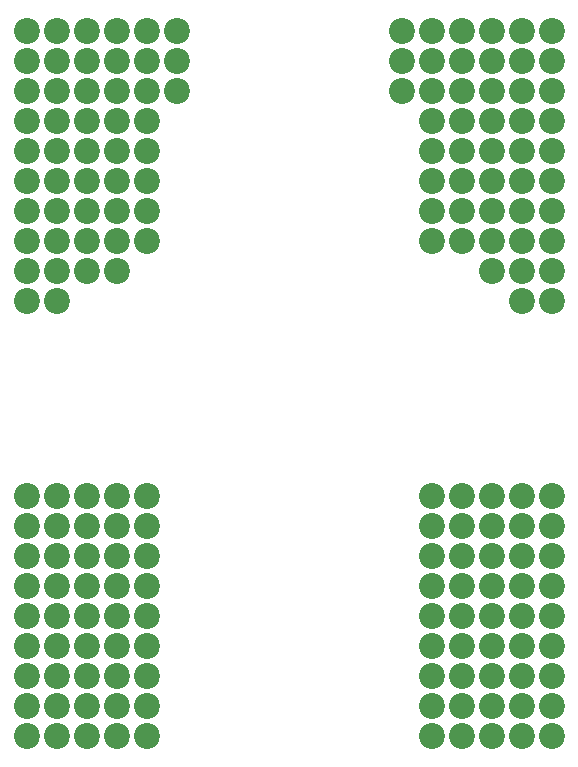
<source format=gbr>
G04 #@! TF.FileFunction,Soldermask,Top*
%FSLAX46Y46*%
G04 Gerber Fmt 4.6, Leading zero omitted, Abs format (unit mm)*
G04 Created by KiCad (PCBNEW 4.0.2+dfsg1-stable) date tor 22 sep 2016 18:21:25 CEST*
%MOMM*%
G01*
G04 APERTURE LIST*
%ADD10C,0.100000*%
%ADD11C,2.200000*%
G04 APERTURE END LIST*
D10*
D11*
X57370000Y-41430000D03*
X57370000Y-43970000D03*
X57370000Y-38890000D03*
X70070000Y-61750000D03*
X67530000Y-61750000D03*
X70070000Y-59210000D03*
X67530000Y-59210000D03*
X64990000Y-59210000D03*
X70070000Y-56670000D03*
X67530000Y-56670000D03*
X64990000Y-56670000D03*
X62450000Y-56670000D03*
X59910000Y-56670000D03*
X70070000Y-54130000D03*
X67530000Y-54130000D03*
X64990000Y-54130000D03*
X62450000Y-54130000D03*
X59910000Y-54130000D03*
X70070000Y-51590000D03*
X67530000Y-51590000D03*
X64990000Y-51590000D03*
X62450000Y-51590000D03*
X59910000Y-51590000D03*
X70070000Y-49050000D03*
X67530000Y-49050000D03*
X64990000Y-49050000D03*
X62450000Y-49050000D03*
X59910000Y-49050000D03*
X70070000Y-46510000D03*
X67530000Y-46510000D03*
X64990000Y-46510000D03*
X62450000Y-46510000D03*
X59910000Y-46510000D03*
X70070000Y-43970000D03*
X67530000Y-43970000D03*
X64990000Y-43970000D03*
X62450000Y-43970000D03*
X59910000Y-43970000D03*
X70070000Y-41430000D03*
X67530000Y-41430000D03*
X64990000Y-41430000D03*
X62450000Y-41430000D03*
X59910000Y-41430000D03*
X70070000Y-38890000D03*
X67530000Y-38890000D03*
X64990000Y-38890000D03*
X62450000Y-38890000D03*
X59910000Y-38890000D03*
X28160000Y-61750000D03*
X25620000Y-61750000D03*
X33240000Y-59210000D03*
X30700000Y-59210000D03*
X28160000Y-59210000D03*
X25620000Y-59210000D03*
X35780000Y-56670000D03*
X33240000Y-56670000D03*
X30700000Y-56670000D03*
X28160000Y-56670000D03*
X25620000Y-56670000D03*
X35780000Y-54130000D03*
X33240000Y-54130000D03*
X30700000Y-54130000D03*
X28160000Y-54130000D03*
X25620000Y-54130000D03*
X35780000Y-51590000D03*
X33240000Y-51590000D03*
X30700000Y-51590000D03*
X28160000Y-51590000D03*
X25620000Y-51590000D03*
X35780000Y-49050000D03*
X33240000Y-49050000D03*
X30700000Y-49050000D03*
X28160000Y-49050000D03*
X25620000Y-49050000D03*
X35780000Y-46510000D03*
X33240000Y-46510000D03*
X30700000Y-46510000D03*
X28160000Y-46510000D03*
X25620000Y-46510000D03*
X38320000Y-43970000D03*
X35780000Y-43970000D03*
X33240000Y-43970000D03*
X30700000Y-43970000D03*
X28160000Y-43970000D03*
X25620000Y-43970000D03*
X38320000Y-41430000D03*
X35780000Y-41430000D03*
X33240000Y-41430000D03*
X30700000Y-41430000D03*
X28160000Y-41430000D03*
X25620000Y-41430000D03*
X38320000Y-38890000D03*
X35780000Y-38890000D03*
X33240000Y-38890000D03*
X30700000Y-38890000D03*
X28160000Y-38890000D03*
X70070000Y-98580000D03*
X67530000Y-98580000D03*
X64990000Y-98580000D03*
X62450000Y-98580000D03*
X59910000Y-98580000D03*
X70070000Y-96040000D03*
X67530000Y-96040000D03*
X64990000Y-96040000D03*
X62450000Y-96040000D03*
X59910000Y-96040000D03*
X70070000Y-93500000D03*
X67530000Y-93500000D03*
X64990000Y-93500000D03*
X62450000Y-93500000D03*
X59910000Y-93500000D03*
X70070000Y-90960000D03*
X67530000Y-90960000D03*
X64990000Y-90960000D03*
X62450000Y-90960000D03*
X59910000Y-90960000D03*
X70070000Y-88420000D03*
X67530000Y-88420000D03*
X64990000Y-88420000D03*
X62450000Y-88420000D03*
X59910000Y-88420000D03*
X70070000Y-85880000D03*
X67530000Y-85880000D03*
X64990000Y-85880000D03*
X62450000Y-85880000D03*
X59910000Y-85880000D03*
X70070000Y-83340000D03*
X67530000Y-83340000D03*
X64990000Y-83340000D03*
X62450000Y-83340000D03*
X59910000Y-83340000D03*
X70070000Y-80800000D03*
X67530000Y-80800000D03*
X64990000Y-80800000D03*
X62450000Y-80800000D03*
X59910000Y-80800000D03*
X70070000Y-78260000D03*
X67530000Y-78260000D03*
X64990000Y-78260000D03*
X62450000Y-78260000D03*
X35780000Y-98580000D03*
X33240000Y-98580000D03*
X30700000Y-98580000D03*
X28160000Y-98580000D03*
X25620000Y-98580000D03*
X35780000Y-96040000D03*
X33240000Y-96040000D03*
X30700000Y-96040000D03*
X28160000Y-96040000D03*
X25620000Y-96040000D03*
X35780000Y-93500000D03*
X33240000Y-93500000D03*
X30700000Y-93500000D03*
X28160000Y-93500000D03*
X25620000Y-93500000D03*
X35780000Y-90960000D03*
X33240000Y-90960000D03*
X30700000Y-90960000D03*
X28160000Y-90960000D03*
X25620000Y-90960000D03*
X35780000Y-88420000D03*
X33240000Y-88420000D03*
X30700000Y-88420000D03*
X28160000Y-88420000D03*
X25620000Y-88420000D03*
X35780000Y-85880000D03*
X33240000Y-85880000D03*
X30700000Y-85880000D03*
X28160000Y-85880000D03*
X25620000Y-85880000D03*
X35780000Y-83340000D03*
X33240000Y-83340000D03*
X30700000Y-83340000D03*
X28160000Y-83340000D03*
X25620000Y-83340000D03*
X35780000Y-80800000D03*
X33240000Y-80800000D03*
X30700000Y-80800000D03*
X28160000Y-80800000D03*
X25620000Y-80800000D03*
X35780000Y-78260000D03*
X33240000Y-78260000D03*
X30700000Y-78260000D03*
X28160000Y-78260000D03*
X25620000Y-78260000D03*
X59910000Y-78260000D03*
X25620000Y-38890000D03*
M02*

</source>
